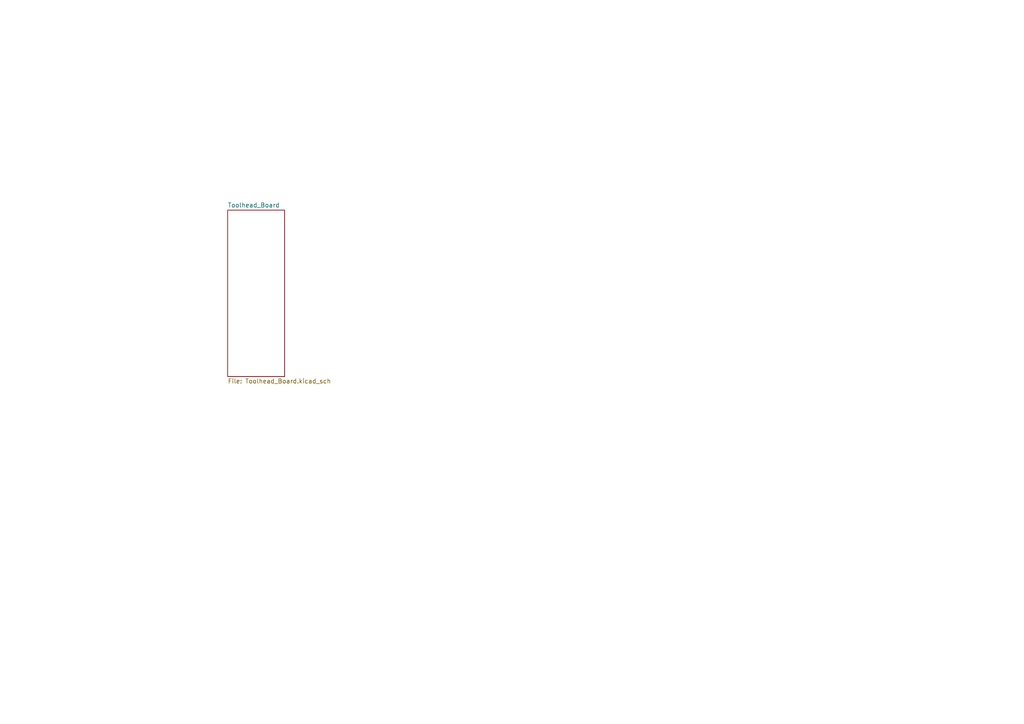
<source format=kicad_sch>
(kicad_sch
	(version 20250114)
	(generator "eeschema")
	(generator_version "9.0")
	(uuid "763e8f8f-9e52-4f06-9d68-06c79d355bec")
	(paper "A4")
	(lib_symbols)
	(sheet
		(at 66.04 60.96)
		(size 16.51 48.26)
		(exclude_from_sim no)
		(in_bom yes)
		(on_board yes)
		(dnp no)
		(fields_autoplaced yes)
		(stroke
			(width 0.1524)
			(type solid)
		)
		(fill
			(color 0 0 0 0.0000)
		)
		(uuid "fa37715d-b0fb-4a2f-9b5a-4f89c3e659df")
		(property "Sheetname" "Toolhead_Board"
			(at 66.04 60.2484 0)
			(effects
				(font
					(size 1.27 1.27)
				)
				(justify left bottom)
			)
		)
		(property "Sheetfile" "Toolhead_Board.kicad_sch"
			(at 66.04 109.8046 0)
			(effects
				(font
					(size 1.27 1.27)
				)
				(justify left top)
			)
		)
		(instances
			(project "A1K Adaptor Board"
				(path "/763e8f8f-9e52-4f06-9d68-06c79d355bec"
					(page "2")
				)
			)
		)
	)
	(sheet_instances
		(path "/"
			(page "1")
		)
	)
	(embedded_fonts no)
)

</source>
